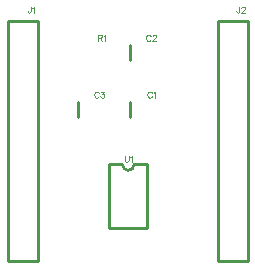
<source format=gto>
G04 DipTrace 3.2.0.1*
G04 MSP430Diptracetut.gto*
%MOIN*%
G04 #@! TF.FileFunction,Legend,Top*
G04 #@! TF.Part,Single*
%ADD10C,0.009843*%
%ADD32C,0.003088*%
%FSLAX26Y26*%
G04*
G70*
G90*
G75*
G01*
G04 TopSilk*
%LPD*%
X842089Y990476D2*
D10*
Y1041618D1*
Y1179453D2*
Y1230594D1*
X668861Y990476D2*
Y1041618D1*
X533844Y1309711D2*
X433843D1*
Y509785D1*
X533844D1*
Y1309711D1*
X1233844D2*
X1133843D1*
Y509785D1*
X1233844D1*
Y1309711D1*
X773223Y831993D2*
Y619393D1*
X899195Y831993D2*
Y619393D1*
X773223D2*
X899195D1*
X773223Y831993D2*
X816520D1*
X855897D2*
X899195D1*
X816520D2*
G03X855897Y831993I19689J23D01*
G01*
X914653Y1070089D2*
D32*
X913703Y1071990D1*
X911779Y1073913D1*
X909878Y1074864D1*
X906053D1*
X904130Y1073913D1*
X902229Y1071990D1*
X901256Y1070089D1*
X900305Y1067215D1*
Y1062417D1*
X901256Y1059565D1*
X902229Y1057642D1*
X904130Y1055741D1*
X906053Y1054768D1*
X909878D1*
X911779Y1055741D1*
X913703Y1057642D1*
X914653Y1059565D1*
X920829Y1071017D2*
X922752Y1071990D1*
X925626Y1074842D1*
Y1054768D1*
X910353Y1259065D2*
X909403Y1260966D1*
X907479Y1262890D1*
X905578Y1263840D1*
X901753D1*
X899830Y1262890D1*
X897929Y1260966D1*
X896956Y1259065D1*
X896005Y1256191D1*
Y1251394D1*
X896956Y1248542D1*
X897929Y1246618D1*
X899830Y1244717D1*
X901753Y1243744D1*
X905578D1*
X907479Y1244717D1*
X909403Y1246618D1*
X910353Y1248542D1*
X917502Y1259043D2*
Y1259994D1*
X918452Y1261917D1*
X919403Y1262868D1*
X921326Y1263818D1*
X925151D1*
X927052Y1262868D1*
X928003Y1261917D1*
X928976Y1259994D1*
Y1258092D1*
X928003Y1256169D1*
X926102Y1253317D1*
X916529Y1243744D1*
X929926D1*
X737125Y1070089D2*
X736174Y1071990D1*
X734251Y1073913D1*
X732350Y1074864D1*
X728525D1*
X726602Y1073913D1*
X724700Y1071990D1*
X723728Y1070089D1*
X722777Y1067215D1*
Y1062417D1*
X723728Y1059565D1*
X724700Y1057642D1*
X726602Y1055741D1*
X728525Y1054768D1*
X732350D1*
X734251Y1055741D1*
X736174Y1057642D1*
X737125Y1059565D1*
X745224Y1074842D2*
X755725D1*
X749999Y1067193D1*
X752873D1*
X754775Y1066242D1*
X755725Y1065291D1*
X756698Y1062417D1*
Y1060516D1*
X755725Y1057642D1*
X753824Y1055719D1*
X750950Y1054768D1*
X748076D1*
X745224Y1055719D1*
X744273Y1056691D1*
X743301Y1058593D1*
X510603Y1357935D2*
Y1342636D1*
X509652Y1339762D1*
X508680Y1338812D1*
X506778Y1337839D1*
X504855D1*
X502954Y1338812D1*
X502003Y1339762D1*
X501030Y1342636D1*
Y1344538D1*
X516779Y1354088D2*
X518702Y1355061D1*
X521576Y1357913D1*
Y1337839D1*
X1206303Y1357935D2*
Y1342636D1*
X1205352Y1339762D1*
X1204380Y1338812D1*
X1202478Y1337839D1*
X1200555D1*
X1198654Y1338812D1*
X1197703Y1339762D1*
X1196730Y1342636D1*
Y1344538D1*
X1213451Y1353138D2*
Y1354088D1*
X1214402Y1356012D1*
X1215353Y1356962D1*
X1217276Y1357913D1*
X1221101D1*
X1223002Y1356962D1*
X1223953Y1356012D1*
X1224925Y1354088D1*
Y1352187D1*
X1223953Y1350263D1*
X1222051Y1347412D1*
X1212479Y1337839D1*
X1225876D1*
X735437Y1254268D2*
X744037D1*
X746911Y1255240D1*
X747884Y1256191D1*
X748834Y1258092D1*
Y1260016D1*
X747884Y1261917D1*
X746911Y1262890D1*
X744037Y1263840D1*
X735437D1*
Y1243744D1*
X742136Y1254268D2*
X748834Y1243744D1*
X755010Y1259994D2*
X756933Y1260966D1*
X759807Y1263818D1*
Y1243744D1*
X824023Y861282D2*
Y846934D1*
X824974Y844060D1*
X826897Y842159D1*
X829771Y841186D1*
X831673D1*
X834547Y842159D1*
X836470Y844060D1*
X837421Y846934D1*
Y861282D1*
X843596Y857435D2*
X845520Y858408D1*
X848394Y861260D1*
Y841186D1*
M02*

</source>
